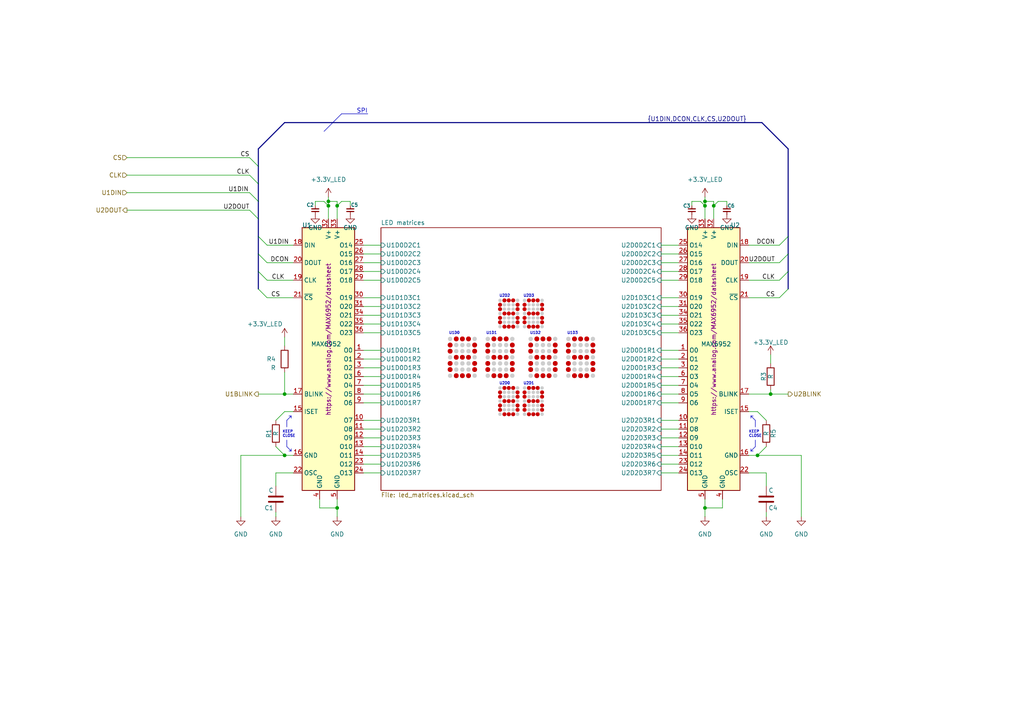
<source format=kicad_sch>
(kicad_sch (version 20231120) (generator "eeschema") (generator_version "8.0")
  (paper "A4")
  (title_block (title "Broadcast Clock") (date "2024-05-06") (rev "v1.0") (company "https://espenandersen.no") (comment 1 "LED display"))
  (junction (at 95.25 59.69))
  (junction (at 204.47 147.32))
  (junction (at 204.47 59.69))
  (junction (at 82.55 114.3))
  (junction (at 223.52 114.3))
  (junction (at 207.01 59.69))
  (junction (at 204.47 58.42))
  (junction (at 82.55 132.08))
  (junction (at 97.79 59.69))
  (junction (at 97.79 147.32))
  (junction (at 95.25 58.42))
  (junction (at 219.71 132.08))
  (bus_entry (at 226.06 76.2) (size 2.54 -2.54))
  (bus_entry (at 72.39 45.72) (size 2.54 2.54))
  (bus_entry (at 74.93 68.58) (size 2.54 2.54))
  (bus_entry (at 226.06 86.36) (size 2.54 -2.54))
  (bus_entry (at 74.93 78.74) (size 2.54 2.54))
  (bus_entry (at 74.93 83.82) (size 2.54 2.54))
  (bus_entry (at 226.06 71.12) (size 2.54 -2.54))
  (bus_entry (at 72.39 50.8) (size 2.54 2.54))
  (bus_entry (at 74.93 73.66) (size 2.54 2.54))
  (bus_entry (at 74.93 63.5) (size -2.54 -2.54))
  (bus_entry (at 74.93 58.42) (size -2.54 -2.54))
  (bus_entry (at 226.06 81.28) (size 2.54 -2.54))
  (wire (pts (xy 82.55 132.08) (xy 85.09 132.08)))
  (wire (pts (xy 105.41 76.2) (xy 110.49 76.2)))
  (wire (pts (xy 105.41 96.52) (xy 110.49 96.52)))
  (wire (pts (xy 105.41 116.84) (xy 110.49 116.84)))
  (bus (pts (xy 74.93 43.18) (xy 82.55 35.56)))
  (wire (pts (xy 77.47 86.36) (xy 85.09 86.36)))
  (wire (pts (xy 191.77 76.2) (xy 196.85 76.2)))
  (wire (pts (xy 191.77 134.62) (xy 196.85 134.62)))
  (wire (pts (xy 191.77 109.22) (xy 196.85 109.22)))
  (wire (pts (xy 204.47 59.69) (xy 204.47 63.5)))
  (wire (pts (xy 210.82 59.69) (xy 210.82 58.42)))
  (wire (pts (xy 36.83 55.88) (xy 72.39 55.88)))
  (wire (pts (xy 97.79 58.42) (xy 97.79 59.69)))
  (bus (pts (xy 220.98 35.56) (xy 228.6 43.18)))
  (wire (pts (xy 204.47 147.32) (xy 209.55 147.32)))
  (wire (pts (xy 191.77 106.68) (xy 196.85 106.68)))
  (wire (pts (xy 191.77 91.44) (xy 196.85 91.44)))
  (wire (pts (xy 191.77 81.28) (xy 196.85 81.28)))
  (polyline (pts (xy 99.06 33.02) (xy 106.68 33.02)))
  (wire (pts (xy 105.41 78.74) (xy 110.49 78.74)))
  (polyline (pts (xy 219.075 127.635) (xy 219.075 129.54)))
  (wire (pts (xy 204.47 58.42) (xy 207.01 58.42)))
  (bus (pts (xy 74.93 78.74) (xy 74.93 83.82)))
  (bus (pts (xy 74.93 58.42) (xy 74.93 63.5)))
  (wire (pts (xy 93.98 58.42) (xy 95.25 59.69)))
  (wire (pts (xy 80.01 137.16) (xy 80.01 140.97)))
  (wire (pts (xy 191.77 86.36) (xy 196.85 86.36)))
  (wire (pts (xy 217.17 137.16) (xy 222.25 137.16)))
  (wire (pts (xy 232.41 132.08) (xy 219.71 132.08)))
  (wire (pts (xy 223.52 113.03) (xy 223.52 114.3)))
  (wire (pts (xy 191.77 116.84) (xy 196.85 116.84)))
  (wire (pts (xy 95.25 58.42) (xy 97.79 58.42)))
  (wire (pts (xy 191.77 124.46) (xy 196.85 124.46)))
  (wire (pts (xy 207.01 59.69) (xy 208.28 58.42)))
  (wire (pts (xy 74.93 114.3) (xy 82.55 114.3)))
  (wire (pts (xy 222.25 148.59) (xy 222.25 149.86)))
  (bus (pts (xy 82.55 35.56) (xy 220.98 35.56)))
  (wire (pts (xy 217.17 114.3) (xy 223.52 114.3)))
  (wire (pts (xy 77.47 76.2) (xy 85.09 76.2)))
  (wire (pts (xy 219.71 119.38) (xy 217.17 119.38)))
  (wire (pts (xy 95.25 59.69) (xy 95.25 63.5)))
  (wire (pts (xy 191.77 101.6) (xy 196.85 101.6)))
  (wire (pts (xy 82.55 119.38) (xy 85.09 119.38)))
  (polyline (pts (xy 218.44 120.65) (xy 217.805 120.65)))
  (wire (pts (xy 82.55 97.79) (xy 82.55 100.33)))
  (polyline (pts (xy 84.455 120.65) (xy 84.455 121.285)))
  (wire (pts (xy 91.44 59.69) (xy 91.44 58.42)))
  (wire (pts (xy 105.41 109.22) (xy 110.49 109.22)))
  (polyline (pts (xy 83.185 129.54) (xy 84.455 130.81)))
  (wire (pts (xy 97.79 59.69) (xy 99.06 58.42)))
  (wire (pts (xy 105.41 106.68) (xy 110.49 106.68)))
  (bus (pts (xy 228.6 43.18) (xy 228.6 68.58)))
  (wire (pts (xy 77.47 71.12) (xy 85.09 71.12)))
  (wire (pts (xy 95.25 57.15) (xy 95.25 58.42)))
  (wire (pts (xy 191.77 88.9) (xy 196.85 88.9)))
  (wire (pts (xy 36.83 60.96) (xy 72.39 60.96)))
  (wire (pts (xy 105.41 73.66) (xy 110.49 73.66)))
  (wire (pts (xy 223.52 114.3) (xy 228.6 114.3)))
  (wire (pts (xy 217.17 81.28) (xy 226.06 81.28)))
  (wire (pts (xy 223.52 102.87) (xy 223.52 105.41)))
  (polyline (pts (xy 83.185 127.635) (xy 83.185 129.54)))
  (bus (pts (xy 74.93 48.26) (xy 74.93 43.18)))
  (polyline (pts (xy 217.805 120.65) (xy 217.805 121.285)))
  (wire (pts (xy 105.41 71.12) (xy 110.49 71.12)))
  (wire (pts (xy 191.77 129.54) (xy 196.85 129.54)))
  (polyline (pts (xy 217.805 130.175) (xy 217.805 130.81)))
  (wire (pts (xy 105.41 88.9) (xy 110.49 88.9)))
  (bus (pts (xy 74.93 68.58) (xy 74.93 63.5)))
  (wire (pts (xy 200.66 58.42) (xy 203.2 58.42)))
  (wire (pts (xy 209.55 144.78) (xy 209.55 147.32)))
  (wire (pts (xy 95.25 58.42) (xy 95.25 59.69)))
  (wire (pts (xy 222.25 121.92) (xy 219.71 119.38)))
  (polyline (pts (xy 83.185 123.825) (xy 83.185 121.92)))
  (wire (pts (xy 105.41 104.14) (xy 110.49 104.14)))
  (wire (pts (xy 217.17 86.36) (xy 226.06 86.36)))
  (wire (pts (xy 207.01 59.69) (xy 207.01 63.5)))
  (wire (pts (xy 204.47 147.32) (xy 204.47 149.86)))
  (polyline (pts (xy 84.455 130.175) (xy 84.455 130.81)))
  (wire (pts (xy 204.47 144.78) (xy 204.47 147.32)))
  (wire (pts (xy 97.79 144.78) (xy 97.79 147.32)))
  (wire (pts (xy 80.01 148.59) (xy 80.01 149.86)))
  (wire (pts (xy 222.25 129.54) (xy 219.71 132.08)))
  (bus (pts (xy 74.93 53.34) (xy 74.93 58.42)))
  (wire (pts (xy 191.77 93.98) (xy 196.85 93.98)))
  (wire (pts (xy 105.41 111.76) (xy 110.49 111.76)))
  (wire (pts (xy 191.77 132.08) (xy 196.85 132.08)))
  (wire (pts (xy 191.77 96.52) (xy 196.85 96.52)))
  (wire (pts (xy 36.83 50.8) (xy 72.39 50.8)))
  (wire (pts (xy 203.2 58.42) (xy 204.47 59.69)))
  (wire (pts (xy 77.47 81.28) (xy 85.09 81.28)))
  (wire (pts (xy 105.41 93.98) (xy 110.49 93.98)))
  (wire (pts (xy 207.01 58.42) (xy 207.01 59.69)))
  (wire (pts (xy 204.47 58.42) (xy 204.47 59.69)))
  (wire (pts (xy 91.44 58.42) (xy 93.98 58.42)))
  (wire (pts (xy 105.41 91.44) (xy 110.49 91.44)))
  (wire (pts (xy 191.77 71.12) (xy 196.85 71.12)))
  (wire (pts (xy 69.85 132.08) (xy 82.55 132.08)))
  (wire (pts (xy 210.82 58.42) (xy 208.28 58.42)))
  (wire (pts (xy 101.6 59.69) (xy 101.6 58.42)))
  (wire (pts (xy 105.41 127) (xy 110.49 127)))
  (wire (pts (xy 191.77 78.74) (xy 196.85 78.74)))
  (wire (pts (xy 191.77 104.14) (xy 196.85 104.14)))
  (polyline (pts (xy 93.98 38.1) (xy 99.06 33.02)))
  (wire (pts (xy 217.17 76.2) (xy 226.06 76.2)))
  (bus (pts (xy 228.6 68.58) (xy 228.6 73.66)))
  (wire (pts (xy 82.55 114.3) (xy 85.09 114.3)))
  (wire (pts (xy 92.71 147.32) (xy 97.79 147.32)))
  (wire (pts (xy 219.71 132.08) (xy 217.17 132.08)))
  (wire (pts (xy 191.77 111.76) (xy 196.85 111.76)))
  (wire (pts (xy 204.47 57.15) (xy 204.47 58.42)))
  (wire (pts (xy 36.83 45.72) (xy 72.39 45.72)))
  (bus (pts (xy 74.93 53.34) (xy 74.93 48.26)))
  (wire (pts (xy 105.41 132.08) (xy 110.49 132.08)))
  (wire (pts (xy 191.77 121.92) (xy 196.85 121.92)))
  (wire (pts (xy 92.71 144.78) (xy 92.71 147.32)))
  (wire (pts (xy 191.77 114.3) (xy 196.85 114.3)))
  (bus (pts (xy 74.93 68.58) (xy 74.93 73.66)))
  (wire (pts (xy 80.01 129.54) (xy 82.55 132.08)))
  (wire (pts (xy 105.41 129.54) (xy 110.49 129.54)))
  (wire (pts (xy 191.77 73.66) (xy 196.85 73.66)))
  (wire (pts (xy 101.6 58.42) (xy 99.06 58.42)))
  (wire (pts (xy 105.41 137.16) (xy 110.49 137.16)))
  (wire (pts (xy 105.41 81.28) (xy 110.49 81.28)))
  (wire (pts (xy 217.17 71.12) (xy 226.06 71.12)))
  (wire (pts (xy 191.77 137.16) (xy 196.85 137.16)))
  (polyline (pts (xy 218.44 130.81) (xy 217.805 130.81)))
  (wire (pts (xy 105.41 121.92) (xy 110.49 121.92)))
  (wire (pts (xy 105.41 114.3) (xy 110.49 114.3)))
  (wire (pts (xy 232.41 132.08) (xy 232.41 149.86)))
  (bus (pts (xy 228.6 73.66) (xy 228.6 78.74)))
  (wire (pts (xy 80.01 137.16) (xy 85.09 137.16)))
  (wire (pts (xy 97.79 59.69) (xy 97.79 63.5)))
  (polyline (pts (xy 219.075 129.54) (xy 217.805 130.81)))
  (polyline (pts (xy 83.185 121.92) (xy 84.455 120.65)))
  (bus (pts (xy 74.93 73.66) (xy 74.93 78.74)))
  (wire (pts (xy 69.85 132.08) (xy 69.85 149.86)))
  (wire (pts (xy 105.41 134.62) (xy 110.49 134.62)))
  (wire (pts (xy 80.01 121.92) (xy 82.55 119.38)))
  (wire (pts (xy 97.79 147.32) (xy 97.79 149.86)))
  (polyline (pts (xy 83.82 130.81) (xy 84.455 130.81)))
  (wire (pts (xy 105.41 101.6) (xy 110.49 101.6)))
  (polyline (pts (xy 83.82 120.65) (xy 84.455 120.65)))
  (wire (pts (xy 200.66 59.69) (xy 200.66 58.42)))
  (wire (pts (xy 191.77 127) (xy 196.85 127)))
  (wire (pts (xy 82.55 107.95) (xy 82.55 114.3)))
  (wire (pts (xy 105.41 124.46) (xy 110.49 124.46)))
  (wire (pts (xy 222.25 137.16) (xy 222.25 140.97)))
  (polyline (pts (xy 219.075 123.825) (xy 219.075 121.92)))
  (bus (pts (xy 228.6 78.74) (xy 228.6 83.82)))
  (polyline (pts (xy 219.075 121.92) (xy 217.805 120.65)))
  (wire (pts (xy 105.41 86.36) (xy 110.49 86.36)))
  (circle (center 148.844 92.202) (radius 0.508) (stroke (width -0.0001) (color 72 0 0 1)) (fill (type color) (color 194 194 194 0.8)))
  (circle (center 130.556 108.966) (radius 0.635) (stroke (width -0.0001) (color 72 0 0 1)) (fill (type color) (color 194 194 194 0.8)))
  (circle (center 152.146 120.142) (radius 0.508) (stroke (width -0.0001) (color 72 0 0 1)) (fill (type color) (color 194 194 194 0.8)))
  (circle (center 171.958 98.298) (radius 0.635) (stroke (width -0.0001) (color 72 0 0 1)) (fill (type color) (color 194 194 194 0.8)))
  (circle (center 153.924 100.076) (radius 0.635) (stroke (width 0) (color 194 0 0 1)) (fill (type color) (color 194 0 0 1)))
  (circle (center 155.702 107.188) (radius 0.635) (stroke (width -0.0001) (color 72 0 0 1)) (fill (type color) (color 194 194 194 0.8)))
  (circle (center 171.958 100.076) (radius 0.635) (stroke (width 0) (color 194 0 0 1)) (fill (type color) (color 194 0 0 1)))
  (circle (center 141.478 107.188) (radius 0.635) (stroke (width 0) (color 194 0 0 1)) (fill (type color) (color 194 0 0 1)))
  (circle (center 155.956 94.742) (radius 0.508) (stroke (width 0) (color 194 0 0 1)) (fill (type color) (color 194 0 0 1)))
  (circle (center 154.686 120.142) (radius 0.508) (stroke (width 0) (color 194 0 0 1)) (fill (type color) (color 194 0 0 1)))
  (circle (center 143.256 103.632) (radius 0.635) (stroke (width 0) (color 194 0 0 1)) (fill (type color) (color 194 0 0 1)))
  (circle (center 143.256 105.41) (radius 0.635) (stroke (width -0.0001) (color 72 0 0 1)) (fill (type color) (color 194 194 194 0.8)))
  (circle (center 143.256 108.966) (radius 0.635) (stroke (width 0) (color 194 0 0 1)) (fill (type color) (color 194 0 0 1)))
  (circle (center 141.478 105.41) (radius 0.635) (stroke (width 0) (color 194 0 0 1)) (fill (type color) (color 194 0 0 1)))
  (circle (center 135.89 103.632) (radius 0.635) (stroke (width 0) (color 194 0 0 1)) (fill (type color) (color 194 0 0 1)))
  (circle (center 150.114 93.472) (radius 0.508) (stroke (width 0) (color 194 0 0 1)) (fill (type color) (color 194 0 0 1)))
  (circle (center 155.956 113.792) (radius 0.508) (stroke (width -0.0001) (color 72 0 0 1)) (fill (type color) (color 194 194 194 0.8)))
  (circle (center 157.48 98.298) (radius 0.635) (stroke (width 0) (color 194 0 0 1)) (fill (type color) (color 194 0 0 1)))
  (circle (center 171.958 108.966) (radius 0.635) (stroke (width -0.0001) (color 72 0 0 1)) (fill (type color) (color 194 194 194 0.8)))
  (circle (center 137.668 98.298) (radius 0.635) (stroke (width -0.0001) (color 72 0 0 1)) (fill (type color) (color 194 194 194 0.8)))
  (circle (center 164.846 100.076) (radius 0.635) (stroke (width 0) (color 194 0 0 1)) (fill (type color) (color 194 0 0 1)))
  (circle (center 147.574 118.872) (radius 0.508) (stroke (width -0.0001) (color 72 0 0 1)) (fill (type color) (color 194 194 194 0.8)))
  (circle (center 157.48 108.966) (radius 0.635) (stroke (width 0) (color 194 0 0 1)) (fill (type color) (color 194 0 0 1)))
  (circle (center 147.574 116.332) (radius 0.508) (stroke (width 0) (color 194 0 0 1)) (fill (type color) (color 194 0 0 1)))
  (circle (center 171.958 103.632) (radius 0.635) (stroke (width -0.0001) (color 72 0 0 1)) (fill (type color) (color 194 194 194 0.8)))
  (circle (center 146.304 120.142) (radius 0.508) (stroke (width 0) (color 194 0 0 1)) (fill (type color) (color 194 0 0 1)))
  (circle (center 146.304 92.202) (radius 0.508) (stroke (width -0.0001) (color 72 0 0 1)) (fill (type color) (color 194 194 194 0.8)))
  (circle (center 166.624 107.188) (radius 0.635) (stroke (width -0.0001) (color 72 0 0 1)) (fill (type color) (color 194 194 194 0.8)))
  (circle (center 161.036 107.188) (radius 0.635) (stroke (width 0) (color 194 0 0 1)) (fill (type color) (color 194 0 0 1)))
  (circle (center 155.956 112.522) (radius 0.508) (stroke (width 0) (color 194 0 0 1)) (fill (type color) (color 194 0 0 1)))
  (circle (center 147.574 89.662) (radius 0.508) (stroke (width -0.0001) (color 72 0 0 1)) (fill (type color) (color 194 194 194 0.8)))
  (circle (center 153.416 113.792) (radius 0.508) (stroke (width -0.0001) (color 72 0 0 1)) (fill (type color) (color 194 194 194 0.8)))
  (circle (center 170.18 103.632) (radius 0.635) (stroke (width 0) (color 194 0 0 1)) (fill (type color) (color 194 0 0 1)))
  (circle (center 145.034 105.41) (radius 0.635) (stroke (width -0.0001) (color 72 0 0 1)) (fill (type color) (color 194 194 194 0.8)))
  (circle (center 153.416 117.602) (radius 0.508) (stroke (width -0.0001) (color 72 0 0 1)) (fill (type color) (color 194 194 194 0.8)))
  (circle (center 153.416 120.142) (radius 0.508) (stroke (width 0) (color 194 0 0 1)) (fill (type color) (color 194 0 0 1)))
  (circle (center 155.956 88.392) (radius 0.508) (stroke (width -0.0001) (color 72 0 0 1)) (fill (type color) (color 194 194 194 0.8)))
  (circle (center 152.146 92.202) (radius 0.508) (stroke (width 0) (color 194 0 0 1)) (fill (type color) (color 194 0 0 1)))
  (circle (center 148.59 107.188) (radius 0.635) (stroke (width 0) (color 194 0 0 1)) (fill (type color) (color 194 0 0 1)))
  (circle (center 148.844 94.742) (radius 0.508) (stroke (width 0) (color 194 0 0 1)) (fill (type color) (color 194 0 0 1)))
  (circle (center 153.416 115.062) (radius 0.508) (stroke (width -0.0001) (color 72 0 0 1)) (fill (type color) (color 194 194 194 0.8)))
  (circle (center 137.668 100.076) (radius 0.635) (stroke (width 0) (color 194 0 0 1)) (fill (type color) (color 194 0 0 1)))
  (circle (center 170.18 98.298) (radius 0.635) (stroke (width 0) (color 194 0 0 1)) (fill (type color) (color 194 0 0 1)))
  (circle (center 134.112 107.188) (radius 0.635) (stroke (width -0.0001) (color 72 0 0 1)) (fill (type color) (color 194 194 194 0.8)))
  (circle (center 157.48 105.41) (radius 0.635) (stroke (width -0.0001) (color 72 0 0 1)) (fill (type color) (color 194 194 194 0.8)))
  (circle (center 155.956 120.142) (radius 0.508) (stroke (width 0) (color 194 0 0 1)) (fill (type color) (color 194 0 0 1)))
  (circle (center 157.226 87.122) (radius 0.508) (stroke (width -0.0001) (color 72 0 0 1)) (fill (type color) (color 194 194 194 0.8)))
  (circle (center 145.034 118.872) (radius 0.508) (stroke (width 0) (color 194 0 0 1)) (fill (type color) (color 194 0 0 1)))
  (circle (center 150.114 90.932) (radius 0.508) (stroke (width -0.0001) (color 72 0 0 1)) (fill (type color) (color 194 194 194 0.8)))
  (circle (center 132.334 101.854) (radius 0.635) (stroke (width -0.0001) (color 72 0 0 1)) (fill (type color) (color 194 194 194 0.8)))
  (circle (center 150.114 94.742) (radius 0.508) (stroke (width -0.0001) (color 72 0 0 1)) (fill (type color) (color 194 194 194 0.8)))
  (circle (center 147.574 94.742) (radius 0.508) (stroke (width 0) (color 194 0 0 1)) (fill (type color) (color 194 0 0 1)))
  (circle (center 164.846 108.966) (radius 0.635) (stroke (width -0.0001) (color 72 0 0 1)) (fill (type color) (color 194 194 194 0.8)))
  (circle (center 147.574 112.522) (radius 0.508) (stroke (width 0) (color 194 0 0 1)) (fill (type color) (color 194 0 0 1)))
  (circle (center 157.226 92.202) (radius 0.508) (stroke (width 0) (color 194 0 0 1)) (fill (type color) (color 194 0 0 1)))
  (circle (center 146.304 112.522) (radius 0.508) (stroke (width 0) (color 194 0 0 1)) (fill (type color) (color 194 0 0 1)))
  (circle (center 130.556 105.41) (radius 0.635) (stroke (width 0) (color 194 0 0 1)) (fill (type color) (color 194 0 0 1)))
  (circle (center 148.844 120.142) (radius 0.508) (stroke (width 0) (color 194 0 0 1)) (fill (type color) (color 194 0 0 1)))
  (circle (center 161.036 103.632) (radius 0.635) (stroke (width -0.0001) (color 72 0 0 1)) (fill (type color) (color 194 194 194 0.8)))
  (circle (center 148.59 103.632) (radius 0.635) (stroke (width -0.0001) (color 72 0 0 1)) (fill (type color) (color 194 194 194 0.8)))
  (circle (center 168.402 98.298) (radius 0.635) (stroke (width 0) (color 194 0 0 1)) (fill (type color) (color 194 0 0 1)))
  (circle (center 145.034 87.122) (radius 0.508) (stroke (width -0.0001) (color 72 0 0 1)) (fill (type color) (color 194 194 194 0.8)))
  (circle (center 153.416 92.202) (radius 0.508) (stroke (width -0.0001) (color 72 0 0 1)) (fill (type color) (color 194 194 194 0.8)))
  (circle (center 171.958 101.854) (radius 0.635) (stroke (width 0) (color 194 0 0 1)) (fill (type color) (color 194 0 0 1)))
  (circle (center 152.146 87.122) (radius 0.508) (stroke (width -0.0001) (color 72 0 0 1)) (fill (type color) (color 194 194 194 0.8)))
  (circle (center 145.034 108.966) (radius 0.635) (stroke (width 0) (color 194 0 0 1)) (fill (type color) (color 194 0 0 1)))
  (circle (center 154.686 88.392) (radius 0.508) (stroke (width -0.0001) (color 72 0 0 1)) (fill (type color) (color 194 194 194 0.8)))
  (circle (center 152.146 113.792) (radius 0.508) (stroke (width 0) (color 194 0 0 1)) (fill (type color) (color 194 0 0 1)))
  (circle (center 146.812 107.188) (radius 0.635) (stroke (width -0.0001) (color 72 0 0 1)) (fill (type color) (color 194 194 194 0.8)))
  (circle (center 148.844 115.062) (radius 0.508) (stroke (width -0.0001) (color 72 0 0 1)) (fill (type color) (color 194 194 194 0.8)))
  (circle (center 153.416 89.662) (radius 0.508) (stroke (width -0.0001) (color 72 0 0 1)) (fill (type color) (color 194 194 194 0.8)))
  (circle (center 154.686 116.332) (radius 0.508) (stroke (width 0) (color 194 0 0 1)) (fill (type color) (color 194 0 0 1)))
  (circle (center 147.574 113.792) (radius 0.508) (stroke (width -0.0001) (color 72 0 0 1)) (fill (type color) (color 194 194 194 0.8)))
  (circle (center 154.686 87.122) (radius 0.508) (stroke (width 0) (color 194 0 0 1)) (fill (type color) (color 194 0 0 1)))
  (circle (center 157.48 101.854) (radius 0.635) (stroke (width -0.0001) (color 72 0 0 1)) (fill (type color) (color 194 194 194 0.8)))
  (circle (center 155.956 93.472) (radius 0.508) (stroke (width -0.0001) (color 72 0 0 1)) (fill (type color) (color 194 194 194 0.8)))
  (circle (center 152.146 115.062) (radius 0.508) (stroke (width 0) (color 194 0 0 1)) (fill (type color) (color 194 0 0 1)))
  (circle (center 146.304 116.332) (radius 0.508) (stroke (width 0) (color 194 0 0 1)) (fill (type color) (color 194 0 0 1)))
  (circle (center 150.114 120.142) (radius 0.508) (stroke (width -0.0001) (color 72 0 0 1)) (fill (type color) (color 194 194 194 0.8)))
  (circle (center 155.702 108.966) (radius 0.635) (stroke (width 0) (color 194 0 0 1)) (fill (type color) (color 194 0 0 1)))
  (circle (center 137.668 108.966) (radius 0.635) (stroke (width -0.0001) (color 72 0 0 1)) (fill (type color) (color 194 194 194 0.8)))
  (circle (center 135.89 107.188) (radius 0.635) (stroke (width -0.0001) (color 72 0 0 1)) (fill (type color) (color 194 194 194 0.8)))
  (circle (center 132.334 103.632) (radius 0.635) (stroke (width 0) (color 194 0 0 1)) (fill (type color) (color 194 0 0 1)))
  (circle (center 150.114 112.522) (radius 0.508) (stroke (width -0.0001) (color 72 0 0 1)) (fill (type color) (color 194 194 194 0.8)))
  (circle (center 146.304 87.122) (radius 0.508) (stroke (width 0) (color 194 0 0 1)) (fill (type color) (color 194 0 0 1)))
  (circle (center 135.89 105.41) (radius 0.635) (stroke (width -0.0001) (color 72 0 0 1)) (fill (type color) (color 194 194 194 0.8)))
  (circle (center 146.812 108.966) (radius 0.635) (stroke (width 0) (color 194 0 0 1)) (fill (type color) (color 194 0 0 1)))
  (circle (center 164.846 98.298) (radius 0.635) (stroke (width -0.0001) (color 72 0 0 1)) (fill (type color) (color 194 194 194 0.8)))
  (circle (center 155.702 103.632) (radius 0.635) (stroke (width 0) (color 194 0 0 1)) (fill (type color) (color 194 0 0 1)))
  (circle (center 145.034 90.932) (radius 0.508) (stroke (width -0.0001) (color 72 0 0 1)) (fill (type color) (color 194 194 194 0.8)))
  (circle (center 147.574 120.142) (radius 0.508) (stroke (width 0) (color 194 0 0 1)) (fill (type color) (color 194 0 0 1)))
  (circle (center 146.812 98.298) (radius 0.635) (stroke (width 0) (color 194 0 0 1)) (fill (type color) (color 194 0 0 1)))
  (circle (center 148.844 113.792) (radius 0.508) (stroke (width -0.0001) (color 72 0 0 1)) (fill (type color) (color 194 194 194 0.8)))
  (circle (center 135.89 100.076) (radius 0.635) (stroke (width -0.0001) (color 72 0 0 1)) (fill (type color) (color 194 194 194 0.8)))
  (circle (center 164.846 107.188) (radius 0.635) (stroke (width 0) (color 194 0 0 1)) (fill (type color) (color 194 0 0 1)))
  (circle (center 146.304 113.792) (radius 0.508) (stroke (width -0.0001) (color 72 0 0 1)) (fill (type color) (color 194 194 194 0.8)))
  (circle (center 130.556 103.632) (radius 0.635) (stroke (width -0.0001) (color 72 0 0 1)) (fill (type color) (color 194 194 194 0.8)))
  (circle (center 157.226 93.472) (radius 0.508) (stroke (width 0) (color 194 0 0 1)) (fill (type color) (color 194 0 0 1)))
  (circle (center 132.334 108.966) (radius 0.635) (stroke (width 0) (color 194 0 0 1)) (fill (type color) (color 194 0 0 1)))
  (circle (center 150.114 89.662) (radius 0.508) (stroke (width 0) (color 194 0 0 1)) (fill (type color) (color 194 0 0 1)))
  (circle (center 154.686 89.662) (radius 0.508) (stroke (width -0.0001) (color 72 0 0 1)) (fill (type color) (color 194 194 194 0.8)))
  (circle (center 152.146 88.392) (radius 0.508) (stroke (width 0) (color 194 0 0 1)) (fill (type color) (color 194 0 0 1)))
  (circle (center 147.574 93.472) (radius 0.508) (stroke (width -0.0001) (color 72 0 0 1)) (fill (type color) (color 194 194 194 0.8)))
  (circle (center 145.034 92.202) (radius 0.508) (stroke (width 0) (color 194 0 0 1)) (fill (type color) (color 194 0 0 1)))
  (circle (center 148.844 88.392) (radius 0.508) (stroke (width -0.0001) (color 72 0 0 1)) (fill (type color) (color 194 194 194 0.8)))
  (circle (center 157.226 90.932) (radius 0.508) (stroke (width -0.0001) (color 72 0 0 1)) (fill (type color) (color 194 194 194 0.8)))
  (circle (center 168.402 107.188) (radius 0.635) (stroke (width -0.0001) (color 72 0 0 1)) (fill (type color) (color 194 194 194 0.8)))
  (circle (center 141.478 100.076) (radius 0.635) (stroke (width 0) (color 194 0 0 1)) (fill (type color) (color 194 0 0 1)))
  (circle (center 152.146 117.602) (radius 0.508) (stroke (width 0) (color 194 0 0 1)) (fill (type color) (color 194 0 0 1)))
  (circle (center 161.036 108.966) (radius 0.635) (stroke (width -0.0001) (color 72 0 0 1)) (fill (type color) (color 194 194 194 0.8)))
  (circle (center 150.114 117.602) (radius 0.508) (stroke (width 0) (color 194 0 0 1)) (fill (type color) (color 194 0 0 1)))
  (circle (center 157.48 100.076) (radius 0.635) (stroke (width -0.0001) (color 72 0 0 1)) (fill (type color) (color 194 194 194 0.8)))
  (circle (center 154.686 93.472) (radius 0.508) (stroke (width -0.0001) (color 72 0 0 1)) (fill (type color) (color 194 194 194 0.8)))
  (circle (center 145.034 120.142) (radius 0.508) (stroke (width -0.0001) (color 72 0 0 1)) (fill (type color) (color 194 194 194 0.8)))
  (circle (center 145.034 88.392) (radius 0.508) (stroke (width 0) (color 194 0 0 1)) (fill (type color) (color 194 0 0 1)))
  (circle (center 145.034 93.472) (radius 0.508) (stroke (width 0) (color 194 0 0 1)) (fill (type color) (color 194 0 0 1)))
  (circle (center 150.114 88.392) (radius 0.508) (stroke (width 0) (color 194 0 0 1)) (fill (type color) (color 194 0 0 1)))
  (circle (center 150.114 113.792) (radius 0.508) (stroke (width 0) (color 194 0 0 1)) (fill (type color) (color 194 0 0 1)))
  (circle (center 154.686 117.602) (radius 0.508) (stroke (width -0.0001) (color 72 0 0 1)) (fill (type color) (color 194 194 194 0.8)))
  (circle (center 146.304 89.662) (radius 0.508) (stroke (width -0.0001) (color 72 0 0 1)) (fill (type color) (color 194 194 194 0.8)))
  (circle (center 152.146 118.872) (radius 0.508) (stroke (width 0) (color 194 0 0 1)) (fill (type color) (color 194 0 0 1)))
  (circle (center 147.574 90.932) (radius 0.508) (stroke (width 0) (color 194 0 0 1)) (fill (type color) (color 194 0 0 1)))
  (circle (center 148.844 89.662) (radius 0.508) (stroke (width -0.0001) (color 72 0 0 1)) (fill (type color) (color 194 194 194 0.8)))
  (circle (center 161.036 105.41) (radius 0.635) (stroke (width 0) (color 194 0 0 1)) (fill (type color) (color 194 0 0 1)))
  (circle (center 146.304 117.602) (radius 0.508) (stroke (width -0.0001) (color 72 0 0 1)) (fill (type color) (color 194 194 194 0.8)))
  (circle (center 135.89 98.298) (radius 0.635) (stroke (width 0) (color 194 0 0 1)) (fill (type color) (color 194 0 0 1)))
  (circle (center 152.146 93.472) (radius 0.508) (stroke (width 0) (color 194 0 0 1)) (fill (type color) (color 194 0 0 1)))
  (circle (center 145.034 113.792) (radius 0.508) (stroke (width 0) (color 194 0 0 1)) (fill (type color) (color 194 0 0 1)))
  (circle (center 148.59 108.966) (radius 0.635) (stroke (width -0.0001) (color 72 0 0 1)) (fill (type color) (color 194 194 194 0.8)))
  (circle (center 159.258 107.188) (radius 0.635) (stroke (width -0.0001) (color 72 0 0 1)) (fill (type color) (color 194 194 194 0.8)))
  (circle (center 130.556 100.076) (radius 0.635) (stroke (width 0) (color 194 0 0 1)) (fill (type color) (color 194 0 0 1)))
  (circle (center 132.334 100.076) (radius 0.635) (stroke (width -0.0001) (color 72 0 0 1)) (fill (type color) (color 194 194 194 0.8)))
  (circle (center 143.256 107.188) (radius 0.635) (stroke (width -0.0001) (color 72 0 0 1)) (fill (type color) (color 194 194 194 0.8)))
  (circle (center 166.624 101.854) (radius 0.635) (stroke (width -0.0001) (color 72 0 0 1)) (fill (type color) (color 194 194 194 0.8)))
  (circle (center 141.478 101.854) (radius 0.635) (stroke (width 0) (color 194 0 0 1)) (fill (type color) (color 194 0 0 1)))
  (circle (center 147.574 117.602) (radius 0.508) (stroke (width -0.0001) (color 72 0 0 1)) (fill (type color) (color 194 194 194 0.8)))
  (circle (center 153.924 98.298) (radius 0.635) (stroke (width -0.0001) (color 72 0 0 1)) (fill (type color) (color 194 194 194 0.8)))
  (circle (center 159.258 105.41) (radius 0.635) (stroke (width -0.0001) (color 72 0 0 1)) (fill (type color) (color 194 194 194 0.8)))
  (circle (center 171.958 105.41) (radius 0.635) (stroke (width 0) (color 194 0 0 1)) (fill (type color) (color 194 0 0 1)))
  (circle (center 145.034 94.742) (radius 0.508) (stroke (width -0.0001) (color 72 0 0 1)) (fill (type color) (color 194 194 194 0.8)))
  (circle (center 168.402 103.632) (radius 0.635) (stroke (width 0) (color 194 0 0 1)) (fill (type color) (color 194 0 0 1)))
  (circle (center 155.956 118.872) (radius 0.508) (stroke (width -0.0001) (color 72 0 0 1)) (fill (type color) (color 194 194 194 0.8)))
  (circle (center 153.416 116.332) (radius 0.508) (stroke (width 0) (color 194 0 0 1)) (fill (type color) (color 194 0 0 1)))
  (circle (center 168.402 100.076) (radius 0.635) (stroke (width -0.0001) (color 72 0 0 1)) (fill (type color) (color 194 194 194 0.8)))
  (circle (center 137.668 101.854) (radius 0.635) (stroke (width 0) (color 194 0 0 1)) (fill (type color) (color 194 0 0 1)))
  (circle (center 153.924 108.966) (radius 0.635) (stroke (width -0.0001) (color 72 0 0 1)) (fill (type color) (color 194 194 194 0.8)))
  (circle (center 132.334 105.41) (radius 0.635) (stroke (width -0.0001) (color 72 0 0 1)) (fill (type color) (color 194 194 194 0.8)))
  (circle (center 154.686 115.062) (radius 0.508) (stroke (width -0.0001) (color 72 0 0 1)) (fill (type color) (color 194 194 194 0.8)))
  (circle (center 152.146 112.522) (radius 0.508) (stroke (width -0.0001) (color 72 0 0 1)) (fill (type color) (color 194 194 194 0.8)))
  (circle (center 137.668 105.41) (radius 0.635) (stroke (width 0) (color 194 0 0 1)) (fill (type color) (color 194 0 0 1)))
  (circle (center 152.146 90.932) (radius 0.508) (stroke (width -0.0001) (color 72 0 0 1)) (fill (type color) (color 194 194 194 0.8)))
  (circle (center 141.478 103.632) (radius 0.635) (stroke (width -0.0001) (color 72 0 0 1)) (fill (type color) (color 194 194 194 0.8)))
  (circle (center 130.556 101.854) (radius 0.635) (stroke (width 0) (color 194 0 0 1)) (fill (type color) (color 194 0 0 1)))
  (circle (center 134.112 101.854) (radius 0.635) (stroke (width -0.0001) (color 72 0 0 1)) (fill (type color) (color 194 194 194 0.8)))
  (circle (center 157.226 88.392) (radius 0.508) (stroke (width 0) (color 194 0 0 1)) (fill (type color) (color 194 0 0 1)))
  (circle (center 155.702 98.298) (radius 0.635) (stroke (width 0) (color 194 0 0 1)) (fill (type color) (color 194 0 0 1)))
  (circle (center 145.034 89.662) (radius 0.508) (stroke (width 0) (color 194 0 0 1)) (fill (type color) (color 194 0 0 1)))
  (circle (center 150.114 116.332) (radius 0.508) (stroke (width -0.0001) (color 72 0 0 1)) (fill (type color) (color 194 194 194 0.8)))
  (circle (center 153.416 90.932) (radius 0.508) (stroke (width 0) (color 194 0 0 1)) (fill (type color) (color 194 0 0 1)))
  (circle (center 143.256 98.298) (radius 0.635) (stroke (width 0) (color 194 0 0 1)) (fill (type color) (color 194 0 0 1)))
  (circle (center 150.114 118.872) (radius 0.508) (stroke (width 0) (color 194 0 0 1)) (fill (type color) (color 194 0 0 1)))
  (circle (center 147.574 115.062) (radius 0.508) (stroke (width -0.0001) (color 72 0 0 1)) (fill (type color) (color 194 194 194 0.8)))
  (circle (center 155.956 87.122) (radius 0.508) (stroke (width 0) (color 194 0 0 1)) (fill (type color) (color 194 0 0 1)))
  (circle (center 153.416 87.122) (radius 0.508) (stroke (width 0) (color 194 0 0 1)) (fill (type color) (color 194 0 0 1)))
  (circle (center 159.258 108.966) (radius 0.635) (stroke (width 0) (color 194 0 0 1)) (fill (type color) (color 194 0 0 1)))
  (circle (center 152.146 89.662) (radius 0.508) (stroke (width 0) (color 194 0 0 1)) (fill (type color) (color 194 0 0 1)))
  (circle (center 157.226 94.742) (radius 0.508) (stroke (width -0.0001) (color 72 0 0 1)) (fill (type color) (color 194 194 194 0.8)))
  (circle (center 135.89 101.854) (radius 0.635) (stroke (width -0.0001) (color 72 0 0 1)) (fill (type color) (color 194 194 194 0.8)))
  (circle (center 161.036 101.854) (radius 0.635) (stroke (width 0) (color 194 0 0 1)) (fill (type color) (color 194 0 0 1)))
  (circle (center 153.416 94.742) (radius 0.508) (stroke (width 0) (color 194 0 0 1)) (fill (type color) (color 194 0 0 1)))
  (circle (center 155.956 115.062) (radius 0.508) (stroke (width -0.0001) (color 72 0 0 1)) (fill (type color) (color 194 194 194 0.8)))
  (circle (center 146.304 94.742) (radius 0.508) (stroke (width 0) (color 194 0 0 1)) (fill (type color) (color 194 0 0 1)))
  (circle (center 154.686 118.872) (radius 0.508) (stroke (width -0.0001) (color 72 0 0 1)) (fill (type color) (color 194 194 194 0.8)))
  (circle (center 145.034 116.332) (radius 0.508) (stroke (width -0.0001) (color 72 0 0 1)) (fill (type color) (color 194 194 194 0.8)))
  (circle (center 146.812 103.632) (radius 0.635) (stroke (width 0) (color 194 0 0 1)) (fill (type color) (color 194 0 0 1)))
  (circle (center 145.034 100.076) (radius 0.635) (stroke (width -0.0001) (color 72 0 0 1)) (fill (type color) (color 194 194 194 0.8)))
  (circle (center 157.48 103.632) (radius 0.635) (stroke (width 0) (color 194 0 0 1)) (fill (type color) (color 194 0 0 1)))
  (circle (center 147.574 88.392) (radius 0.508) (stroke (width -0.0001) (color 72 0 0 1)) (fill (type color) (color 194 194 194 0.8)))
  (circle (center 146.304 115.062) (radius 0.508) (stroke (width -0.0001) (color 72 0 0 1)) (fill (type color) (color 194 194 194 0.8)))
  (circle (center 161.036 98.298) (radius 0.635) (stroke (width -0.0001) (color 72 0 0 1)) (fill (type color) (color 194 194 194 0.8)))
  (circle (center 147.574 87.122) (radius 0.508) (stroke (width 0) (color 194 0 0 1)) (fill (type color) (color 194 0 0 1)))
  (circle (center 145.034 117.602) (radius 0.508) (stroke (width 0) (color 194 0 0 1)) (fill (type color) (color 194 0 0 1)))
  (circle (center 146.304 118.872) (radius 0.508) (stroke (width -0.0001) (color 72 0 0 1)) (fill (type color) (color 194 194 194 0.8)))
  (circle (center 152.146 94.742) (radius 0.508) (stroke (width -0.0001) (color 72 0 0 1)) (fill (type color) (color 194 194 194 0.8)))
  (circle (center 132.334 98.298) (radius 0.635) (stroke (width 0) (color 194 0 0 1)) (fill (type color) (color 194 0 0 1)))
  (circle (center 161.036 100.076) (radius 0.635) (stroke (width 0) (color 194 0 0 1)) (fill (type color) (color 194 0 0 1)))
  (circle (center 148.844 117.602) (radius 0.508) (stroke (width -0.0001) (color 72 0 0 1)) (fill (type color) (color 194 194 194 0.8)))
  (circle (center 148.844 87.122) (radius 0.508) (stroke (width 0) (color 194 0 0 1)) (fill (type color) (color 194 0 0 1)))
  (circle (center 155.956 90.932) (radius 0.508) (stroke (width 0) (color 194 0 0 1)) (fill (type color) (color 194 0 0 1)))
  (circle (center 157.226 116.332) (radius 0.508) (stroke (width -0.0001) (color 72 0 0 1)) (fill (type color) (color 194 194 194 0.8)))
  (circle (center 130.556 98.298) (radius 0.635) (stroke (width -0.0001) (color 72 0 0 1)) (fill (type color) (color 194 194 194 0.8)))
  (circle (center 145.034 107.188) (radius 0.635) (stroke (width -0.0001) (color 72 0 0 1)) (fill (type color) (color 194 194 194 0.8)))
  (circle (center 164.846 105.41) (radius 0.635) (stroke (width 0) (color 194 0 0 1)) (fill (type color) (color 194 0 0 1)))
  (circle (center 154.686 112.522) (radius 0.508) (stroke (width 0) (color 194 0 0 1)) (fill (type color) (color 194 0 0 1)))
  (circle (center 150.114 115.062) (radius 0.508) (stroke (width 0) (color 194 0 0 1)) (fill (type color) (color 194 0 0 1)))
  (circle (center 154.686 90.932) (radius 0.508) (stroke (width 0) (color 194 0 0 1)) (fill (type color) (color 194 0 0 1)))
  (circle (center 154.686 94.742) (radius 0.508) (stroke (width 0) (color 194 0 0 1)) (fill (type color) (color 194 0 0 1)))
  (circle (center 132.334 107.188) (radius 0.635) (stroke (width -0.0001) (color 72 0 0 1)) (fill (type color) (color 194 194 194 0.8)))
  (circle (center 159.258 103.632) (radius 0.635) (stroke (width 0) (color 194 0 0 1)) (fill (type color) (color 194 0 0 1)))
  (circle (center 154.686 92.202) (radius 0.508) (stroke (width -0.0001) (color 72 0 0 1)) (fill (type color) (color 194 194 194 0.8)))
  (circle (center 159.258 101.854) (radius 0.635) (stroke (width -0.0001) (color 72 0 0 1)) (fill (type color) (color 194 194 194 0.8)))
  (circle (center 166.624 108.966) (radius 0.635) (stroke (width 0) (color 194 0 0 1)) (fill (type color) (color 194 0 0 1)))
  (circle (center 168.402 101.854) (radius 0.635) (stroke (width -0.0001) (color 72 0 0 1)) (fill (type color) (color 194 194 194 0.8)))
  (circle (center 145.034 98.298) (radius 0.635) (stroke (width 0) (color 194 0 0 1)) (fill (type color) (color 194 0 0 1)))
  (circle (center 166.624 98.298) (radius 0.635) (stroke (width 0) (color 194 0 0 1)) (fill (type color) (color 194 0 0 1)))
  (circle (center 155.956 92.202) (radius 0.508) (stroke (width -0.0001) (color 72 0 0 1)) (fill (type color) (color 194 194 194 0.8)))
  (circle (center 146.304 90.932) (radius 0.508) (stroke (width 0) (color 194 0 0 1)) (fill (type color) (color 194 0 0 1)))
  (circle (center 148.59 105.41) (radius 0.635) (stroke (width 0) (color 194 0 0 1)) (fill (type color) (color 194 0 0 1)))
  (circle (center 148.59 100.076) (radius 0.635) (stroke (width 0) (color 194 0 0 1)) (fill (type color) (color 194 0 0 1)))
  (circle (center 145.034 115.062) (radius 0.508) (stroke (width 0) (color 194 0 0 1)) (fill (type color) (color 194 0 0 1)))
  (circle (center 170.18 105.41) (radius 0.635) (stroke (width -0.0001) (color 72 0 0 1)) (fill (type color) (color 194 194 194 0.8)))
  (circle (center 166.624 103.632) (radius 0.635) (stroke (width 0) (color 194 0 0 1)) (fill (type color) (color 194 0 0 1)))
  (circle (center 155.702 105.41) (radius 0.635) (stroke (width -0.0001) (color 72 0 0 1)) (fill (type color) (color 194 194 194 0.8)))
  (circle (center 146.812 105.41) (radius 0.635) (stroke (width -0.0001) (color 72 0 0 1)) (fill (type color) (color 194 194 194 0.8)))
  (circle (center 148.844 93.472) (radius 0.508) (stroke (width -0.0001) (color 72 0 0 1)) (fill (type color) (color 194 194 194 0.8)))
  (circle (center 146.812 100.076) (radius 0.635) (stroke (width -0.0001) (color 72 0 0 1)) (fill (type color) (color 194 194 194 0.8)))
  (circle (center 141.478 108.966) (radius 0.635) (stroke (width -0.0001) (color 72 0 0 1)) (fill (type color) (color 194 194 194 0.8)))
  (circle (center 157.48 107.188) (radius 0.635) (stroke (width -0.0001) (color 72 0 0 1)) (fill (type color) (color 194 194 194 0.8)))
  (circle (center 170.18 100.076) (radius 0.635) (stroke (width -0.0001) (color 72 0 0 1)) (fill (type color) (color 194 194 194 0.8)))
  (circle (center 155.702 101.854) (radius 0.635) (stroke (width -0.0001) (color 72 0 0 1)) (fill (type color) (color 194 194 194 0.8)))
  (circle (center 146.304 93.472) (radius 0.508) (stroke (width -0.0001) (color 72 0 0 1)) (fill (type color) (color 194 194 194 0.8)))
  (circle (center 154.686 113.792) (radius 0.508) (stroke (width -0.0001) (color 72 0 0 1)) (fill (type color) (color 194 194 194 0.8)))
  (circle (center 170.18 107.188) (radius 0.635) (stroke (width -0.0001) (color 72 0 0 1)) (fill (type color) (color 194 194 194 0.8)))
  (circle (center 148.844 116.332) (radius 0.508) (stroke (width 0) (color 194 0 0 1)) (fill (type color) (color 194 0 0 1)))
  (circle (center 146.304 88.392) (radius 0.508) (stroke (width -0.0001) (color 72 0 0 1)) (fill (type color) (color 194 194 194 0.8)))
  (circle (center 150.114 87.122) (radius 0.508) (stroke (width -0.0001) (color 72 0 0 1)) (fill (type color) (color 194 194 194 0.8)))
  (circle (center 148.844 112.522) (radius 0.508) (stroke (width 0) (color 194 0 0 1)) (fill (type color) (color 194 0 0 1)))
  (circle (center 143.256 100.076) (radius 0.635) (stroke (width -0.0001) (color 72 0 0 1)) (fill (type color) (color 194 194 194 0.8)))
  (circle (center 153.416 112.522) (radius 0.508) (stroke (width 0) (color 194 0 0 1)) (fill (type color) (color 194 0 0 1)))
  (circle (center 150.114 92.202) (radius 0.508) (stroke (width 0) (color 194 0 0 1)) (fill (type color) (color 194 0 0 1)))
  (circle (center 153.924 107.188) (radius 0.635) (stroke (width 0) (color 194 0 0 1)) (fill (type color) (color 194 0 0 1)))
  (circle (center 137.668 107.188) (radius 0.635) (stroke (width 0) (color 194 0 0 1)) (fill (type color) (color 194 0 0 1)))
  (circle (center 155.702 100.076) (radius 0.635) (stroke (width -0.0001) (color 72 0 0 1)) (fill (type color) (color 194 194 194 0.8)))
  (circle (center 145.034 101.854) (radius 0.635) (stroke (width -0.0001) (color 72 0 0 1)) (fill (type color) (color 194 194 194 0.8)))
  (circle (center 168.402 108.966) (radius 0.635) (stroke (width 0) (color 194 0 0 1)) (fill (type color) (color 194 0 0 1)))
  (circle (center 153.416 118.872) (radius 0.508) (stroke (width -0.0001) (color 72 0 0 1)) (fill (type color) (color 194 194 194 0.8)))
  (circle (center 148.59 101.854) (radius 0.635) (stroke (width 0) (color 194 0 0 1)) (fill (type color) (color 194 0 0 1)))
  (circle (center 153.924 101.854) (radius 0.635) (stroke (width 0) (color 194 0 0 1)) (fill (type color) (color 194 0 0 1)))
  (circle (center 148.59 98.298) (radius 0.635) (stroke (width -0.0001) (color 72 0 0 1)) (fill (type color) (color 194 194 194 0.8)))
  (circle (center 170.18 101.854) (radius 0.635) (stroke (width -0.0001) (color 72 0 0 1)) (fill (type color) (color 194 194 194 0.8)))
  (circle (center 143.256 101.854) (radius 0.635) (stroke (width -0.0001) (color 72 0 0 1)) (fill (type color) (color 194 194 194 0.8)))
  (circle (center 141.478 98.298) (radius 0.635) (stroke (width -0.0001) (color 72 0 0 1)) (fill (type color) (color 194 194 194 0.8)))
  (circle (center 153.924 105.41) (radius 0.635) (stroke (width 0) (color 194 0 0 1)) (fill (type color) (color 194 0 0 1)))
  (circle (center 157.226 117.602) (radius 0.508) (stroke (width 0) (color 194 0 0 1)) (fill (type color) (color 194 0 0 1)))
  (circle (center 170.18 108.966) (radius 0.635) (stroke (width 0) (color 194 0 0 1)) (fill (type color) (color 194 0 0 1)))
  (circle (center 164.846 103.632) (radius 0.635) (stroke (width -0.0001) (color 72 0 0 1)) (fill (type color) (color 194 194 194 0.8)))
  (circle (center 164.846 101.854) (radius 0.635) (stroke (width 0) (color 194 0 0 1)) (fill (type color) (color 194 0 0 1)))
  (circle (center 166.624 105.41) (radius 0.635) (stroke (width -0.0001) (color 72 0 0 1)) (fill (type color) (color 194 194 194 0.8)))
  (circle (center 134.112 105.41) (radius 0.635) (stroke (width -0.0001) (color 72 0 0 1)) (fill (type color) (color 194 194 194 0.8)))
  (circle (center 146.812 101.854) (radius 0.635) (stroke (width -0.0001) (color 72 0 0 1)) (fill (type color) (color 194 194 194 0.8)))
  (circle (center 159.258 98.298) (radius 0.635) (stroke (width 0) (color 194 0 0 1)) (fill (type color) (color 194 0 0 1)))
  (circle (center 134.112 108.966) (radius 0.635) (stroke (width 0) (color 194 0 0 1)) (fill (type color) (color 194 0 0 1)))
  (circle (center 155.956 89.662) (radius 0.508) (stroke (width -0.0001) (color 72 0 0 1)) (fill (type color) (color 194 194 194 0.8)))
  (circle (center 145.034 112.522) (radius 0.508) (stroke (width -0.0001) (color 72 0 0 1)) (fill (type color) (color 194 194 194 0.8)))
  (circle (center 147.574 92.202) (radius 0.508) (stroke (width -0.0001) (color 72 0 0 1)) (fill (type color) (color 194 194 194 0.8)))
  (circle (center 153.416 88.392) (radius 0.508) (stroke (width -0.0001) (color 72 0 0 1)) (fill (type color) (color 194 194 194 0.8)))
  (circle (center 166.624 100.076) (radius 0.635) (stroke (width -0.0001) (color 72 0 0 1)) (fill (type color) (color 194 194 194 0.8)))
  (circle (center 157.226 113.792) (radius 0.508) (stroke (width 0) (color 194 0 0 1)) (fill (type color) (color 194 0 0 1)))
  (circle (center 159.258 100.076) (radius 0.635) (stroke (width -0.0001) (color 72 0 0 1)) (fill (type color) (color 194 194 194 0.8)))
  (circle (center 153.924 103.632) (radius 0.635) (stroke (width -0.0001) (color 72 0 0 1)) (fill (type color) (color 194 194 194 0.8)))
  (circle (center 145.034 103.632) (radius 0.635) (stroke (width 0) (color 194 0 0 1)) (fill (type color) (color 194 0 0 1)))
  (circle (center 134.112 98.298) (radius 0.635) (stroke (width 0) (color 194 0 0 1)) (fill (type color) (color 194 0 0 1)))
  (circle (center 157.226 120.142) (radius 0.508) (stroke (width -0.0001) (color 72 0 0 1)) (fill (type color) (color 194 194 194 0.8)))
  (circle (center 157.226 112.522) (radius 0.508) (stroke (width -0.0001) (color 72 0 0 1)) (fill (type color) (color 194 194 194 0.8)))
  (circle (center 134.112 103.632) (radius 0.635) (stroke (width 0) (color 194 0 0 1)) (fill (type color) (color 194 0 0 1)))
  (circle (center 155.956 116.332) (radius 0.508) (stroke (width 0) (color 194 0 0 1)) (fill (type color) (color 194 0 0 1)))
  (circle (center 153.416 93.472) (radius 0.508) (stroke (width -0.0001) (color 72 0 0 1)) (fill (type color) (color 194 194 194 0.8)))
  (circle (center 134.112 100.076) (radius 0.635) (stroke (width -0.0001) (color 72 0 0 1)) (fill (type color) (color 194 194 194 0.8)))
  (circle (center 148.844 90.932) (radius 0.508) (stroke (width 0) (color 194 0 0 1)) (fill (type color) (color 194 0 0 1)))
  (circle (center 135.89 108.966) (radius 0.635) (stroke (width 0) (color 194 0 0 1)) (fill (type color) (color 194 0 0 1)))
  (circle (center 157.226 89.662) (radius 0.508) (stroke (width 0) (color 194 0 0 1)) (fill (type color) (color 194 0 0 1)))
  (circle (center 157.226 115.062) (radius 0.508) (stroke (width 0) (color 194 0 0 1)) (fill (type color) (color 194 0 0 1)))
  (circle (center 168.402 105.41) (radius 0.635) (stroke (width -0.0001) (color 72 0 0 1)) (fill (type color) (color 194 194 194 0.8)))
  (circle (center 152.146 116.332) (radius 0.508) (stroke (width -0.0001) (color 72 0 0 1)) (fill (type color) (color 194 194 194 0.8)))
  (circle (center 148.844 118.872) (radius 0.508) (stroke (width -0.0001) (color 72 0 0 1)) (fill (type color) (color 194 194 194 0.8)))
  (circle (center 157.226 118.872) (radius 0.508) (stroke (width 0) (color 194 0 0 1)) (fill (type color) (color 194 0 0 1)))
  (circle (center 137.668 103.632) (radius 0.635) (stroke (width -0.0001) (color 72 0 0 1)) (fill (type color) (color 194 194 194 0.8)))
  (circle (center 171.958 107.188) (radius 0.635) (stroke (width 0) (color 194 0 0 1)) (fill (type color) (color 194 0 0 1)))
  (circle (center 130.556 107.188) (radius 0.635) (stroke (width 0) (color 194 0 0 1)) (fill (type color) (color 194 0 0 1)))
  (circle (center 155.956 117.602) (radius 0.508) (stroke (width -0.0001) (color 72 0 0 1)) (fill (type color) (color 194 194 194 0.8)))
  (text "U1D3" (at 164.465 97.155 0) (effects (font (size 0.762 0.762)) (justify left bottom)))
  (text "KEEP\nCLOSE" (at 81.915 127 0) (effects (font (size 0.762 0.762)) (justify left bottom)))
  (text "SPI" (at 106.68 33.02 0) (effects (font (size 1.27 1.27)) (justify right bottom)))
  (text "U1D2" (at 153.67 97.155 0) (effects (font (size 0.762 0.762)) (justify left bottom)))
  (text "KEEP\nCLOSE" (at 217.17 127 0) (effects (font (size 0.762 0.762)) (justify left bottom)))
  (text "U2D3" (at 151.765 86.36 0) (effects (font (size 0.762 0.762)) (justify left bottom)))
  (text "U1D0" (at 130.175 97.155 0) (effects (font (size 0.762 0.762)) (justify left bottom)))
  (text "U2D2" (at 144.78 86.36 0) (effects (font (size 0.762 0.762)) (justify left bottom)))
  (text "U1D1" (at 140.97 97.155 0) (effects (font (size 0.762 0.762)) (justify left bottom)))
  (text "U2D0" (at 144.78 111.76 0) (effects (font (size 0.762 0.762)) (justify left bottom)))
  (text "U2D1" (at 151.765 111.76 0) (effects (font (size 0.762 0.762)) (justify left bottom)))
  (label "U2DOUT" (at 224.79 76.2 180))
  (label "CS" (at 72.39 45.72 180))
  (label "{U1DIN,DCON,CLK,CS,U2DOUT}" (at 216.535 35.56 180))
  (label "CS" (at 81.28 86.36 180))
  (label "U1DIN" (at 83.82 71.12 180))
  (label "DCON" (at 83.82 76.2 180))
  (label "U2DOUT" (at 72.39 60.96 180))
  (label "CLK" (at 224.79 81.28 180))
  (label "U1DIN" (at 72.136 55.88 180))
  (label "CS" (at 224.79 86.36 180))
  (label "CLK" (at 72.39 50.8 180))
  (label "DCON" (at 224.79 71.12 180))
  (label "CLK" (at 82.55 81.28 180))
  (hierarchical_label "CS" (shape input) (at 36.83 45.72 180))
  (hierarchical_label "U2DOUT" (shape output) (at 36.83 60.96 180))
  (hierarchical_label "U1DIN" (shape input) (at 36.83 55.88 180))
  (hierarchical_label "U2BLINK" (shape output) (at 228.6 114.3 0))
  (hierarchical_label "U1BLINK" (shape output) (at 74.93 114.3 180))
  (hierarchical_label "CLK" (shape input) (at 36.83 50.8 180))
  (symbol (lib_id "power_espena:+3.3V_LED") (at 95.25 57.15 0) (unit 1)
    (property "Reference" "#PWR_LED0218" (effects (hide yes)))
    (property "Value" "+3.3V_LED" (at 95.25 52.07 0))
    (property "Description" "Power symbol creates a global label with name \"+3.3V\"" (effects (hide yes)))
  )
  (symbol (lib_id "power:GND") (at 91.44 62.23 0) (mirror y) (unit 1)
    (property "Reference" "#PWR0216" (effects (hide yes)))
    (property "Value" "GND" (at 91.44 66.04 0))
    (property "Description" "Power symbol creates a global label with name \"GND\" , ground" (effects (hide yes)))
  )
  (symbol (lib_id "Device:R") (at 80.01 125.73 0) (mirror y) (unit 1)
    (property "Reference" "R1" (at 77.978 125.73 90))
    (property "Value" "R" (at 80.01 125.73 90))
    (property "Description" "Resistor" (effects (hide yes)))
  )
  (symbol (lib_id "Driver_LED_espena:MAX6952EAX") (at 207.01 104.14 0) (mirror y) (unit 1)
    (property "Reference" "U2" (at 214.63 66.04 0) (effects (justify left bottom)))
    (property "Value" "MAX6952" (at 212.09 99.06 0) (effects (justify left top)))
    (property "Datasheet" "https://www.analog.com/MAX6952/datasheet" (at 207.01 98.425 90))
    (property "Description" "4-Wire Interfaced, 2.7V to 5.5V, 4-Digit 5 x 7 Matrix LED Display Driver, SSOP-36" (effects (hide yes)))
  )
  (symbol (lib_id "Device:R") (at 222.25 125.73 0) (unit 1)
    (property "Reference" "R5" (at 224.282 125.73 90))
    (property "Value" "R" (at 222.25 125.73 90))
    (property "Description" "Resistor" (effects (hide yes)))
  )
  (symbol (lib_id "power:GND") (at 200.66 62.23 0) (mirror y) (unit 1)
    (property "Reference" "#PWR0219" (effects (hide yes)))
    (property "Value" "GND" (at 200.66 66.04 0))
    (property "Description" "Power symbol creates a global label with name \"GND\" , ground" (effects (hide yes)))
  )
  (symbol (lib_id "power:GND") (at 210.82 62.23 0) (unit 1)
    (property "Reference" "#PWR02" (effects (hide yes)))
    (property "Value" "GND" (at 210.82 66.04 0))
    (property "Description" "Power symbol creates a global label with name \"GND\" , ground" (effects (hide yes)))
  )
  (symbol (lib_id "power_espena:+3.3V_LED") (at 204.47 57.15 0) (unit 1)
    (property "Reference" "#PWR_LED0220" (effects (hide yes)))
    (property "Value" "+3.3V_LED" (at 204.47 52.07 0))
    (property "Description" "Power symbol creates a global label with name \"+3.3V\"" (effects (hide yes)))
  )
  (symbol (lib_id "Device:C") (at 222.25 144.78 0) (mirror x) (unit 1)
    (property "Reference" "C4" (at 222.885 147.32 0) (effects (justify left)))
    (property "Value" "C" (at 222.885 142.24 0) (effects (justify left)))
    (property "Description" "Unpolarized capacitor" (effects (hide yes)))
  )
  (symbol (lib_id "power:GND") (at 222.25 149.86 0) (mirror y) (unit 1)
    (property "Reference" "#PWR0222" (effects (hide yes)))
    (property "Value" "GND" (at 222.25 154.94 0))
    (property "Description" "Power symbol creates a global label with name \"GND\" , ground" (effects (hide yes)))
  )
  (symbol (lib_id "Device_espena:C_Decoupling") (at 101.6 60.96 0) (mirror y) (unit 1)
    (property "Reference" "C5" (at 103.886 59.436 0) (effects (font (size 1 1)) (justify left)))
    (property "Value" "C_Decoupling" (effects (hide yes)))
    (property "Description" "Unpolarized capacitor, small symbol" (effects (hide yes)))
  )
  (symbol (lib_id "power:GND") (at 69.85 149.86 0) (unit 1)
    (property "Reference" "#PWR0214" (effects (hide yes)))
    (property "Value" "GND" (at 69.85 154.94 0))
    (property "Description" "Power symbol creates a global label with name \"GND\" , ground" (effects (hide yes)))
  )
  (symbol (lib_id "Device_espena:C_Decoupling") (at 91.44 60.96 0) (unit 1)
    (property "Reference" "C2" (at 88.9 59.436 0) (effects (font (size 1 1)) (justify left)))
    (property "Value" "C_Decoupling" (effects (hide yes)))
    (property "Description" "Unpolarized capacitor, small symbol" (effects (hide yes)))
  )
  (symbol (lib_id "power_espena:+3.3V_LED") (at 223.52 102.87 0) (unit 1)
    (property "Reference" "#PWR_LED050" (effects (hide yes)))
    (property "Value" "+3.3V_LED" (at 223.52 99.314 0))
    (property "Description" "Power symbol creates a global label with name \"+3.3V\"" (effects (hide yes)))
  )
  (symbol (lib_id "Device_espena:C_Decoupling") (at 200.66 60.96 0) (unit 1)
    (property "Reference" "C3" (at 198.12 59.69 0) (effects (font (size 1 1)) (justify left)))
    (property "Value" "C_Decoupling" (effects (hide yes)))
    (property "Description" "Unpolarized capacitor, small symbol" (effects (hide yes)))
  )
  (symbol (lib_id "Device_espena:C_Decoupling") (at 210.82 60.96 0) (mirror y) (unit 1)
    (property "Reference" "C6" (at 213.106 59.69 0) (effects (font (size 1 1)) (justify left)))
    (property "Value" "C_Decoupling" (effects (hide yes)))
    (property "Description" "Unpolarized capacitor, small symbol" (effects (hide yes)))
  )
  (symbol (lib_id "Device:R") (at 223.52 109.22 0) (mirror y) (unit 1)
    (property "Reference" "R3" (at 221.488 109.22 90))
    (property "Value" "R" (at 223.52 109.22 90))
    (property "Description" "Resistor" (effects (hide yes)))
  )
  (symbol (lib_id "power:GND") (at 80.01 149.86 0) (unit 1)
    (property "Reference" "#PWR0215" (effects (hide yes)))
    (property "Value" "GND" (at 80.01 154.94 0))
    (property "Description" "Power symbol creates a global label with name \"GND\" , ground" (effects (hide yes)))
  )
  (symbol (lib_id "Device:C") (at 80.01 144.78 180) (unit 1)
    (property "Reference" "C1" (at 79.375 147.32 0) (effects (justify left)))
    (property "Value" "C" (at 79.375 142.24 0) (effects (justify left)))
    (property "Description" "Unpolarized capacitor" (effects (hide yes)))
  )
  (symbol (lib_id "Driver_LED_espena:MAX6952EAX") (at 95.25 104.14 0) (unit 1)
    (property "Reference" "U1" (at 87.63 66.04 0) (effects (justify left bottom)))
    (property "Value" "MAX6952" (at 90.17 99.06 0) (effects (justify left top)))
    (property "Datasheet" "https://www.analog.com/MAX6952/datasheet" (at 95.25 98.425 90))
    (property "Description" "4-Wire Interfaced, 2.7V to 5.5V, 4-Digit 5 x 7 Matrix LED Display Driver, SSOP-36" (effects (hide yes)))
  )
  (symbol (lib_id "power:GND") (at 97.79 149.86 0) (unit 1)
    (property "Reference" "#PWR0217" (effects (hide yes)))
    (property "Value" "GND" (at 97.79 154.94 0))
    (property "Description" "Power symbol creates a global label with name \"GND\" , ground" (effects (hide yes)))
  )
  (symbol (lib_id "power:GND") (at 101.6 62.23 0) (unit 1)
    (property "Reference" "#PWR01" (effects (hide yes)))
    (property "Value" "GND" (at 101.6 66.04 0))
    (property "Description" "Power symbol creates a global label with name \"GND\" , ground" (effects (hide yes)))
  )
  (symbol (lib_id "Device_espena:R") (at 82.55 105.41 0) (unit 1)
    (property "Reference" "R4" (at 80.01 104.1399 0) (effects (justify right)))
    (property "Value" "R" (at 80.01 106.6799 0) (effects (justify right)))
    (property "Description" "Resistor" (effects (hide yes)))
  )
  (symbol (lib_id "power:GND") (at 232.41 149.86 0) (mirror y) (unit 1)
    (property "Reference" "#PWR05" (effects (hide yes)))
    (property "Value" "GND" (at 232.41 154.94 0))
    (property "Description" "Power symbol creates a global label with name \"GND\" , ground" (effects (hide yes)))
  )
  (symbol (lib_id "power:GND") (at 204.47 149.86 0) (unit 1)
    (property "Reference" "#PWR0221" (effects (hide yes)))
    (property "Value" "GND" (at 204.47 154.94 0))
    (property "Description" "Power symbol creates a global label with name \"GND\" , ground" (effects (hide yes)))
  )
  (symbol (lib_id "power_espena:+3.3V_LED") (at 82.55 97.79 0) (unit 1)
    (property "Reference" "#PWR_LED02" (effects (hide yes)))
    (property "Value" "+3.3V_LED" (at 76.835 93.98 0))
    (property "Description" "Power symbol creates a global label with name \"+3.3V\"" (effects (hide yes)))
  )
  (sheet (at 110.49 66.04) (size 81.28 76.2) (stroke (width 0.1524))
    (property "Sheetname" "LED matrices" (at 110.49 65.3284 0) (effects (justify left bottom)))
    (property "Sheetfile" "led_matrices.kicad_sch" (at 110.49 142.8246 0) (effects (justify left top)))
    (pin "U2D1D3C1" input (at 191.77 86.36 0))
    (pin "U2D1D3C3" input (at 191.77 91.44 0))
    (pin "U2D1D3C4" input (at 191.77 93.98 0))
    (pin "U2D0D1R6" input (at 191.77 114.3 0))
    (pin "U2D0D1R5" input (at 191.77 111.76 0))
    (pin "U2D0D1R4" input (at 191.77 109.22 0))
    (pin "U2D0D1R7" input (at 191.77 116.84 0))
    (pin "U2D0D1R2" input (at 191.77 104.14 0))
    (pin "U2D0D1R3" input (at 191.77 106.68 0))
    (pin "U2D0D2C2" input (at 191.77 73.66 0))
    (pin "U2D0D2C4" input (at 191.77 78.74 0))
    (pin "U2D0D1R1" input (at 191.77 101.6 0))
    (pin "U2D0D2C3" input (at 191.77 76.2 0))
    (pin "U2D0D2C1" input (at 191.77 71.12 0))
    (pin "U2D0D2C5" input (at 191.77 81.28 0))
    (pin "U1D0D1R4" input (at 110.49 109.22 180))
    (pin "U1D0D1R2" input (at 110.49 104.14 180))
    (pin "U1D0D1R3" input (at 110.49 106.68 180))
    (pin "U1D0D1R1" input (at 110.49 101.6 180))
    (pin "U1D0D2C3" input (at 110.49 76.2 180))
    (pin "U1D0D2C5" input (at 110.49 81.28 180))
    (pin "U1D0D2C2" input (at 110.49 73.66 180))
    (pin "U1D0D2C4" input (at 110.49 78.74 180))
    (pin "U1D0D2C1" input (at 110.49 71.12 180))
    (pin "U1D2D3R6" input (at 110.49 134.62 180))
    (pin "U1D2D3R7" input (at 110.49 137.16 180))
    (pin "U1D2D3R4" input (at 110.49 129.54 180))
    (pin "U1D2D3R5" input (at 110.49 132.08 180))
    (pin "U1D2D3R3" input (at 110.49 127 180))
    (pin "U1D2D3R1" input (at 110.49 121.92 180))
    (pin "U1D2D3R2" input (at 110.49 124.46 180))
    (pin "U2D1D3C5" input (at 191.77 96.52 0))
    (pin "U2D1D3C2" input (at 191.77 88.9 0))
    (pin "U1D1D3C2" input (at 110.49 88.9 180))
    (pin "U1D1D3C4" input (at 110.49 93.98 180))
    (pin "U1D1D3C3" input (at 110.49 91.44 180))
    (pin "U1D1D3C5" input (at 110.49 96.52 180))
    (pin "U1D1D3C1" input (at 110.49 86.36 180))
    (pin "U2D2D3R7" input (at 191.77 137.16 0))
    (pin "U2D2D3R5" input (at 191.77 132.08 0))
    (pin "U2D2D3R6" input (at 191.77 134.62 0))
    (pin "U2D2D3R3" input (at 191.77 127 0))
    (pin "U2D2D3R4" input (at 191.77 129.54 0))
    (pin "U2D2D3R1" input (at 191.77 121.92 0))
    (pin "U2D2D3R2" input (at 191.77 124.46 0))
    (pin "U1D0D1R6" input (at 110.49 114.3 180))
    (pin "U1D0D1R7" input (at 110.49 116.84 180))
    (pin "U1D0D1R5" input (at 110.49 111.76 180))
  )
)
</source>
